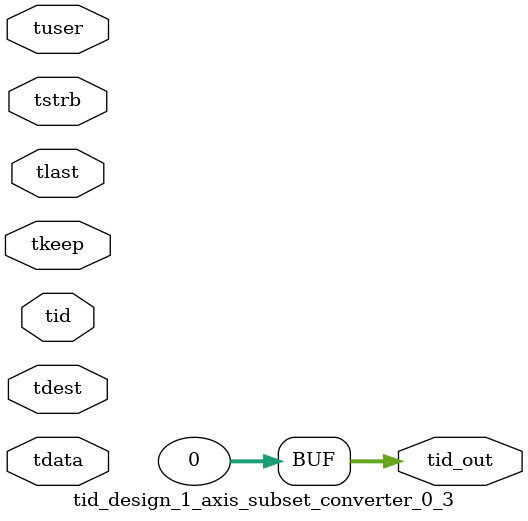
<source format=v>


`timescale 1ps/1ps

module tid_design_1_axis_subset_converter_0_3 #
(
parameter C_S_AXIS_TID_WIDTH   = 1,
parameter C_S_AXIS_TUSER_WIDTH = 0,
parameter C_S_AXIS_TDATA_WIDTH = 0,
parameter C_S_AXIS_TDEST_WIDTH = 0,
parameter C_M_AXIS_TID_WIDTH   = 32
)
(
input  [(C_S_AXIS_TID_WIDTH   == 0 ? 1 : C_S_AXIS_TID_WIDTH)-1:0       ] tid,
input  [(C_S_AXIS_TDATA_WIDTH == 0 ? 1 : C_S_AXIS_TDATA_WIDTH)-1:0     ] tdata,
input  [(C_S_AXIS_TUSER_WIDTH == 0 ? 1 : C_S_AXIS_TUSER_WIDTH)-1:0     ] tuser,
input  [(C_S_AXIS_TDEST_WIDTH == 0 ? 1 : C_S_AXIS_TDEST_WIDTH)-1:0     ] tdest,
input  [(C_S_AXIS_TDATA_WIDTH/8)-1:0 ] tkeep,
input  [(C_S_AXIS_TDATA_WIDTH/8)-1:0 ] tstrb,
input                                                                    tlast,
output [(C_M_AXIS_TID_WIDTH   == 0 ? 1 : C_M_AXIS_TID_WIDTH)-1:0       ] tid_out
);

assign tid_out = {1'b0};

endmodule


</source>
